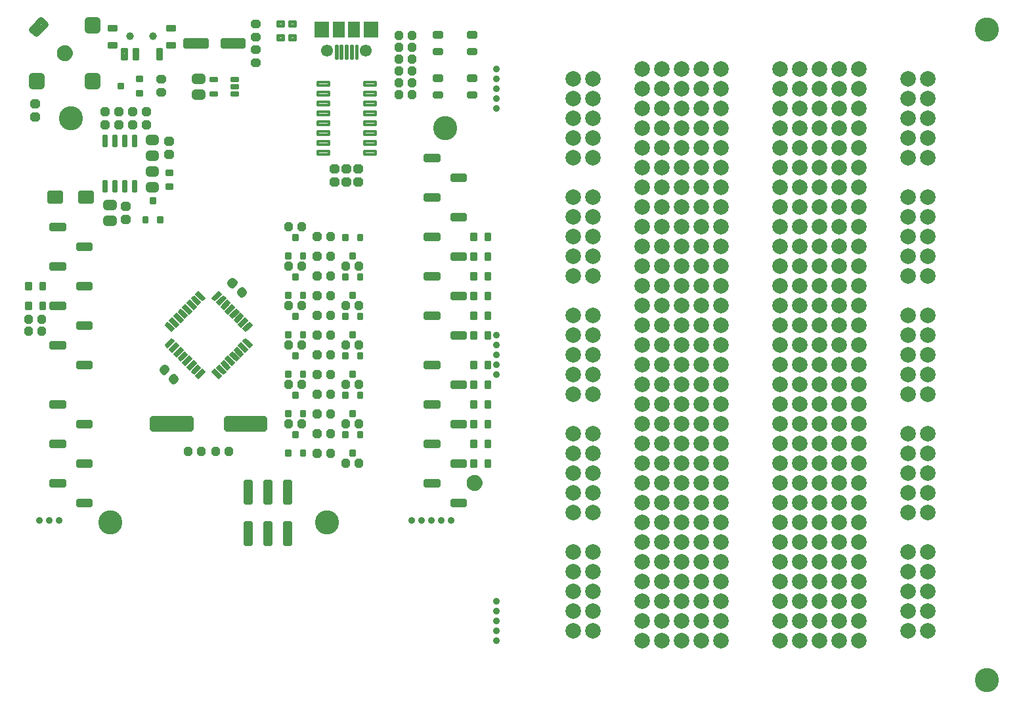
<source format=gts>
G75*
%MOIN*%
%OFA0B0*%
%FSLAX25Y25*%
%IPPOS*%
%LPD*%
%AMOC8*
5,1,8,0,0,1.08239X$1,22.5*
%
%ADD10C,0.12211*%
%ADD11C,0.03550*%
%ADD12C,0.01300*%
%ADD13C,0.03153*%
%ADD14C,0.04137*%
%ADD15C,0.02169*%
%ADD16C,0.01381*%
%ADD17C,0.01775*%
%ADD18C,0.00987*%
%ADD19R,0.06306X0.07880*%
%ADD20R,0.07487X0.07880*%
%ADD21C,0.06100*%
%ADD22C,0.03600*%
%ADD23C,0.03310*%
%ADD24C,0.03253*%
%ADD25C,0.03943*%
%ADD26C,0.01873*%
%ADD27C,0.02759*%
%ADD28C,0.03843*%
%ADD29C,0.03937*%
%ADD30C,0.01578*%
%ADD31C,0.02680*%
%ADD32C,0.07900*%
D10*
X0058000Y0092811D03*
X0168000Y0092811D03*
X0228000Y0292811D03*
X0038000Y0297811D03*
X0503000Y0342811D03*
X0503000Y0012811D03*
D11*
X0254000Y0032811D03*
X0254000Y0037811D03*
X0254000Y0042811D03*
X0254000Y0047811D03*
X0254000Y0052811D03*
X0231000Y0093811D03*
X0226000Y0093811D03*
X0221000Y0093811D03*
X0216000Y0093811D03*
X0211000Y0093811D03*
X0254000Y0167811D03*
X0254000Y0172811D03*
X0254000Y0177811D03*
X0254000Y0182811D03*
X0254000Y0187811D03*
X0254000Y0302811D03*
X0254000Y0307811D03*
X0254000Y0312811D03*
X0254000Y0317811D03*
X0254000Y0322811D03*
X0032000Y0093811D03*
X0027000Y0093811D03*
X0022000Y0093811D03*
D12*
X0102856Y0166157D02*
X0105754Y0169055D01*
X0102856Y0166157D02*
X0101936Y0167077D01*
X0104834Y0169975D01*
X0105754Y0169055D01*
X0104155Y0167456D02*
X0102315Y0167456D01*
X0103614Y0168755D02*
X0105454Y0168755D01*
X0103527Y0171282D02*
X0100629Y0168384D01*
X0099709Y0169304D01*
X0102607Y0172202D01*
X0103527Y0171282D01*
X0101928Y0169683D02*
X0100088Y0169683D01*
X0101387Y0170982D02*
X0103227Y0170982D01*
X0101300Y0173509D02*
X0098402Y0170611D01*
X0097482Y0171531D01*
X0100380Y0174429D01*
X0101300Y0173509D01*
X0099701Y0171910D02*
X0097861Y0171910D01*
X0099160Y0173209D02*
X0101000Y0173209D01*
X0099072Y0175736D02*
X0096174Y0172838D01*
X0095254Y0173758D01*
X0098152Y0176656D01*
X0099072Y0175736D01*
X0097473Y0174137D02*
X0095633Y0174137D01*
X0096932Y0175436D02*
X0098772Y0175436D01*
X0096845Y0177963D02*
X0093947Y0175065D01*
X0093027Y0175985D01*
X0095925Y0178883D01*
X0096845Y0177963D01*
X0095246Y0176364D02*
X0093406Y0176364D01*
X0094705Y0177663D02*
X0096545Y0177663D01*
X0094618Y0180191D02*
X0091720Y0177293D01*
X0090800Y0178213D01*
X0093698Y0181111D01*
X0094618Y0180191D01*
X0093019Y0178592D02*
X0091179Y0178592D01*
X0092478Y0179891D02*
X0094318Y0179891D01*
X0092391Y0182418D02*
X0089493Y0179520D01*
X0088573Y0180440D01*
X0091471Y0183338D01*
X0092391Y0182418D01*
X0090792Y0180819D02*
X0088952Y0180819D01*
X0090251Y0182118D02*
X0092091Y0182118D01*
X0090164Y0184645D02*
X0087266Y0181747D01*
X0086346Y0182667D01*
X0089244Y0185565D01*
X0090164Y0184645D01*
X0088565Y0183046D02*
X0086725Y0183046D01*
X0088024Y0184345D02*
X0089864Y0184345D01*
X0089244Y0190057D02*
X0090164Y0190977D01*
X0089244Y0190057D02*
X0086346Y0192955D01*
X0087266Y0193875D01*
X0090164Y0190977D01*
X0089785Y0191356D02*
X0087945Y0191356D01*
X0088486Y0192655D02*
X0086646Y0192655D01*
X0091471Y0192284D02*
X0092391Y0193204D01*
X0091471Y0192284D02*
X0088573Y0195182D01*
X0089493Y0196102D01*
X0092391Y0193204D01*
X0092012Y0193583D02*
X0090172Y0193583D01*
X0090713Y0194882D02*
X0088873Y0194882D01*
X0093698Y0194511D02*
X0094618Y0195431D01*
X0093698Y0194511D02*
X0090800Y0197409D01*
X0091720Y0198329D01*
X0094618Y0195431D01*
X0094239Y0195810D02*
X0092399Y0195810D01*
X0092940Y0197109D02*
X0091100Y0197109D01*
X0095925Y0196739D02*
X0096845Y0197659D01*
X0095925Y0196739D02*
X0093027Y0199637D01*
X0093947Y0200557D01*
X0096845Y0197659D01*
X0096466Y0198038D02*
X0094626Y0198038D01*
X0095167Y0199337D02*
X0093327Y0199337D01*
X0098152Y0198966D02*
X0099072Y0199886D01*
X0098152Y0198966D02*
X0095254Y0201864D01*
X0096174Y0202784D01*
X0099072Y0199886D01*
X0098693Y0200265D02*
X0096853Y0200265D01*
X0097394Y0201564D02*
X0095554Y0201564D01*
X0100380Y0201193D02*
X0101300Y0202113D01*
X0100380Y0201193D02*
X0097482Y0204091D01*
X0098402Y0205011D01*
X0101300Y0202113D01*
X0100921Y0202492D02*
X0099081Y0202492D01*
X0099622Y0203791D02*
X0097782Y0203791D01*
X0102607Y0203420D02*
X0103527Y0204340D01*
X0102607Y0203420D02*
X0099709Y0206318D01*
X0100629Y0207238D01*
X0103527Y0204340D01*
X0103148Y0204719D02*
X0101308Y0204719D01*
X0101849Y0206018D02*
X0100009Y0206018D01*
X0104834Y0205647D02*
X0105754Y0206567D01*
X0104834Y0205647D02*
X0101936Y0208545D01*
X0102856Y0209465D01*
X0105754Y0206567D01*
X0105375Y0206946D02*
X0103535Y0206946D01*
X0104076Y0208245D02*
X0102236Y0208245D01*
X0111166Y0205647D02*
X0114064Y0208545D01*
X0111166Y0205647D02*
X0110246Y0206567D01*
X0113144Y0209465D01*
X0114064Y0208545D01*
X0112465Y0206946D02*
X0110625Y0206946D01*
X0111924Y0208245D02*
X0113764Y0208245D01*
X0116291Y0206318D02*
X0113393Y0203420D01*
X0112473Y0204340D01*
X0115371Y0207238D01*
X0116291Y0206318D01*
X0114692Y0204719D02*
X0112852Y0204719D01*
X0114151Y0206018D02*
X0115991Y0206018D01*
X0118518Y0204091D02*
X0115620Y0201193D01*
X0114700Y0202113D01*
X0117598Y0205011D01*
X0118518Y0204091D01*
X0116919Y0202492D02*
X0115079Y0202492D01*
X0116378Y0203791D02*
X0118218Y0203791D01*
X0120746Y0201864D02*
X0117848Y0198966D01*
X0116928Y0199886D01*
X0119826Y0202784D01*
X0120746Y0201864D01*
X0119147Y0200265D02*
X0117307Y0200265D01*
X0118606Y0201564D02*
X0120446Y0201564D01*
X0122973Y0199637D02*
X0120075Y0196739D01*
X0119155Y0197659D01*
X0122053Y0200557D01*
X0122973Y0199637D01*
X0121374Y0198038D02*
X0119534Y0198038D01*
X0120833Y0199337D02*
X0122673Y0199337D01*
X0125200Y0197409D02*
X0122302Y0194511D01*
X0121382Y0195431D01*
X0124280Y0198329D01*
X0125200Y0197409D01*
X0123601Y0195810D02*
X0121761Y0195810D01*
X0123060Y0197109D02*
X0124900Y0197109D01*
X0127427Y0195182D02*
X0124529Y0192284D01*
X0123609Y0193204D01*
X0126507Y0196102D01*
X0127427Y0195182D01*
X0125828Y0193583D02*
X0123988Y0193583D01*
X0125287Y0194882D02*
X0127127Y0194882D01*
X0129654Y0192955D02*
X0126756Y0190057D01*
X0125836Y0190977D01*
X0128734Y0193875D01*
X0129654Y0192955D01*
X0128055Y0191356D02*
X0126215Y0191356D01*
X0127514Y0192655D02*
X0129354Y0192655D01*
X0129654Y0182667D02*
X0128734Y0181747D01*
X0125836Y0184645D01*
X0126756Y0185565D01*
X0129654Y0182667D01*
X0129275Y0183046D02*
X0127435Y0183046D01*
X0127976Y0184345D02*
X0126136Y0184345D01*
X0127427Y0180440D02*
X0126507Y0179520D01*
X0123609Y0182418D01*
X0124529Y0183338D01*
X0127427Y0180440D01*
X0127048Y0180819D02*
X0125208Y0180819D01*
X0125749Y0182118D02*
X0123909Y0182118D01*
X0125200Y0178213D02*
X0124280Y0177293D01*
X0121382Y0180191D01*
X0122302Y0181111D01*
X0125200Y0178213D01*
X0124821Y0178592D02*
X0122981Y0178592D01*
X0123522Y0179891D02*
X0121682Y0179891D01*
X0122973Y0175985D02*
X0122053Y0175065D01*
X0119155Y0177963D01*
X0120075Y0178883D01*
X0122973Y0175985D01*
X0122594Y0176364D02*
X0120754Y0176364D01*
X0121295Y0177663D02*
X0119455Y0177663D01*
X0120746Y0173758D02*
X0119826Y0172838D01*
X0116928Y0175736D01*
X0117848Y0176656D01*
X0120746Y0173758D01*
X0120367Y0174137D02*
X0118527Y0174137D01*
X0119068Y0175436D02*
X0117228Y0175436D01*
X0118518Y0171531D02*
X0117598Y0170611D01*
X0114700Y0173509D01*
X0115620Y0174429D01*
X0118518Y0171531D01*
X0118139Y0171910D02*
X0116299Y0171910D01*
X0116840Y0173209D02*
X0115000Y0173209D01*
X0116291Y0169304D02*
X0115371Y0168384D01*
X0112473Y0171282D01*
X0113393Y0172202D01*
X0116291Y0169304D01*
X0115912Y0169683D02*
X0114072Y0169683D01*
X0114613Y0170982D02*
X0112773Y0170982D01*
X0114064Y0167077D02*
X0113144Y0166157D01*
X0110246Y0169055D01*
X0111166Y0169975D01*
X0114064Y0167077D01*
X0113685Y0167456D02*
X0111845Y0167456D01*
X0112386Y0168755D02*
X0110546Y0168755D01*
D13*
X0018132Y0342945D02*
X0022866Y0347679D01*
X0025096Y0345449D01*
X0020362Y0340715D01*
X0018132Y0342945D01*
X0019054Y0343867D02*
X0023514Y0343867D01*
X0023526Y0347019D02*
X0022206Y0347019D01*
D14*
X0051242Y0347053D02*
X0051242Y0342915D01*
X0047104Y0342915D01*
X0047104Y0347053D01*
X0051242Y0347053D01*
X0051242Y0347051D02*
X0047104Y0347051D01*
X0051242Y0318707D02*
X0051242Y0314569D01*
X0047104Y0314569D01*
X0047104Y0318707D01*
X0051242Y0318707D01*
X0051242Y0318705D02*
X0047104Y0318705D01*
X0022896Y0318707D02*
X0022896Y0314569D01*
X0018758Y0314569D01*
X0018758Y0318707D01*
X0022896Y0318707D01*
X0022896Y0318705D02*
X0018758Y0318705D01*
D15*
X0126916Y0092320D02*
X0126916Y0082278D01*
X0126916Y0092320D02*
X0129084Y0092320D01*
X0129084Y0082278D01*
X0126916Y0082278D01*
X0126916Y0084446D02*
X0129084Y0084446D01*
X0129084Y0086614D02*
X0126916Y0086614D01*
X0126916Y0088782D02*
X0129084Y0088782D01*
X0129084Y0090950D02*
X0126916Y0090950D01*
X0136916Y0092320D02*
X0136916Y0082278D01*
X0136916Y0092320D02*
X0139084Y0092320D01*
X0139084Y0082278D01*
X0136916Y0082278D01*
X0136916Y0084446D02*
X0139084Y0084446D01*
X0139084Y0086614D02*
X0136916Y0086614D01*
X0136916Y0088782D02*
X0139084Y0088782D01*
X0139084Y0090950D02*
X0136916Y0090950D01*
X0146916Y0092320D02*
X0146916Y0082278D01*
X0146916Y0092320D02*
X0149084Y0092320D01*
X0149084Y0082278D01*
X0146916Y0082278D01*
X0146916Y0084446D02*
X0149084Y0084446D01*
X0149084Y0086614D02*
X0146916Y0086614D01*
X0146916Y0088782D02*
X0149084Y0088782D01*
X0149084Y0090950D02*
X0146916Y0090950D01*
X0146916Y0103302D02*
X0146916Y0113344D01*
X0149084Y0113344D01*
X0149084Y0103302D01*
X0146916Y0103302D01*
X0146916Y0105470D02*
X0149084Y0105470D01*
X0149084Y0107638D02*
X0146916Y0107638D01*
X0146916Y0109806D02*
X0149084Y0109806D01*
X0149084Y0111974D02*
X0146916Y0111974D01*
X0136916Y0113344D02*
X0136916Y0103302D01*
X0136916Y0113344D02*
X0139084Y0113344D01*
X0139084Y0103302D01*
X0136916Y0103302D01*
X0136916Y0105470D02*
X0139084Y0105470D01*
X0139084Y0107638D02*
X0136916Y0107638D01*
X0136916Y0109806D02*
X0139084Y0109806D01*
X0139084Y0111974D02*
X0136916Y0111974D01*
X0126916Y0113344D02*
X0126916Y0103302D01*
X0126916Y0113344D02*
X0129084Y0113344D01*
X0129084Y0103302D01*
X0126916Y0103302D01*
X0126916Y0105470D02*
X0129084Y0105470D01*
X0129084Y0107638D02*
X0126916Y0107638D01*
X0126916Y0109806D02*
X0129084Y0109806D01*
X0129084Y0111974D02*
X0126916Y0111974D01*
X0047746Y0101727D02*
X0041640Y0101727D01*
X0041640Y0103895D01*
X0047746Y0103895D01*
X0047746Y0101727D01*
X0047746Y0103895D02*
X0041640Y0103895D01*
X0034360Y0111727D02*
X0028254Y0111727D01*
X0028254Y0113895D01*
X0034360Y0113895D01*
X0034360Y0111727D01*
X0034360Y0113895D02*
X0028254Y0113895D01*
X0041640Y0121727D02*
X0047746Y0121727D01*
X0041640Y0121727D02*
X0041640Y0123895D01*
X0047746Y0123895D01*
X0047746Y0121727D01*
X0047746Y0123895D02*
X0041640Y0123895D01*
X0034360Y0131727D02*
X0028254Y0131727D01*
X0028254Y0133895D01*
X0034360Y0133895D01*
X0034360Y0131727D01*
X0034360Y0133895D02*
X0028254Y0133895D01*
X0041640Y0141727D02*
X0047746Y0141727D01*
X0041640Y0141727D02*
X0041640Y0143895D01*
X0047746Y0143895D01*
X0047746Y0141727D01*
X0047746Y0143895D02*
X0041640Y0143895D01*
X0034360Y0151727D02*
X0028254Y0151727D01*
X0028254Y0153895D01*
X0034360Y0153895D01*
X0034360Y0151727D01*
X0034360Y0153895D02*
X0028254Y0153895D01*
X0041640Y0171727D02*
X0047746Y0171727D01*
X0041640Y0171727D02*
X0041640Y0173895D01*
X0047746Y0173895D01*
X0047746Y0171727D01*
X0047746Y0173895D02*
X0041640Y0173895D01*
X0034360Y0181727D02*
X0028254Y0181727D01*
X0028254Y0183895D01*
X0034360Y0183895D01*
X0034360Y0181727D01*
X0034360Y0183895D02*
X0028254Y0183895D01*
X0041640Y0191727D02*
X0047746Y0191727D01*
X0041640Y0191727D02*
X0041640Y0193895D01*
X0047746Y0193895D01*
X0047746Y0191727D01*
X0047746Y0193895D02*
X0041640Y0193895D01*
X0034360Y0201727D02*
X0028254Y0201727D01*
X0028254Y0203895D01*
X0034360Y0203895D01*
X0034360Y0201727D01*
X0034360Y0203895D02*
X0028254Y0203895D01*
X0041640Y0211727D02*
X0047746Y0211727D01*
X0041640Y0211727D02*
X0041640Y0213895D01*
X0047746Y0213895D01*
X0047746Y0211727D01*
X0047746Y0213895D02*
X0041640Y0213895D01*
X0034360Y0221727D02*
X0028254Y0221727D01*
X0028254Y0223895D01*
X0034360Y0223895D01*
X0034360Y0221727D01*
X0034360Y0223895D02*
X0028254Y0223895D01*
X0041640Y0231727D02*
X0047746Y0231727D01*
X0041640Y0231727D02*
X0041640Y0233895D01*
X0047746Y0233895D01*
X0047746Y0231727D01*
X0047746Y0233895D02*
X0041640Y0233895D01*
X0034360Y0241727D02*
X0028254Y0241727D01*
X0028254Y0243895D01*
X0034360Y0243895D01*
X0034360Y0241727D01*
X0034360Y0243895D02*
X0028254Y0243895D01*
X0218254Y0236727D02*
X0224360Y0236727D01*
X0218254Y0236727D02*
X0218254Y0238895D01*
X0224360Y0238895D01*
X0224360Y0236727D01*
X0224360Y0238895D02*
X0218254Y0238895D01*
X0231640Y0246727D02*
X0237746Y0246727D01*
X0231640Y0246727D02*
X0231640Y0248895D01*
X0237746Y0248895D01*
X0237746Y0246727D01*
X0237746Y0248895D02*
X0231640Y0248895D01*
X0224360Y0256727D02*
X0218254Y0256727D01*
X0218254Y0258895D01*
X0224360Y0258895D01*
X0224360Y0256727D01*
X0224360Y0258895D02*
X0218254Y0258895D01*
X0231640Y0266727D02*
X0237746Y0266727D01*
X0231640Y0266727D02*
X0231640Y0268895D01*
X0237746Y0268895D01*
X0237746Y0266727D01*
X0237746Y0268895D02*
X0231640Y0268895D01*
X0224360Y0276727D02*
X0218254Y0276727D01*
X0218254Y0278895D01*
X0224360Y0278895D01*
X0224360Y0276727D01*
X0224360Y0278895D02*
X0218254Y0278895D01*
X0231640Y0226727D02*
X0237746Y0226727D01*
X0231640Y0226727D02*
X0231640Y0228895D01*
X0237746Y0228895D01*
X0237746Y0226727D01*
X0237746Y0228895D02*
X0231640Y0228895D01*
X0224360Y0216727D02*
X0218254Y0216727D01*
X0218254Y0218895D01*
X0224360Y0218895D01*
X0224360Y0216727D01*
X0224360Y0218895D02*
X0218254Y0218895D01*
X0231640Y0206727D02*
X0237746Y0206727D01*
X0231640Y0206727D02*
X0231640Y0208895D01*
X0237746Y0208895D01*
X0237746Y0206727D01*
X0237746Y0208895D02*
X0231640Y0208895D01*
X0224360Y0196727D02*
X0218254Y0196727D01*
X0218254Y0198895D01*
X0224360Y0198895D01*
X0224360Y0196727D01*
X0224360Y0198895D02*
X0218254Y0198895D01*
X0231640Y0186727D02*
X0237746Y0186727D01*
X0231640Y0186727D02*
X0231640Y0188895D01*
X0237746Y0188895D01*
X0237746Y0186727D01*
X0237746Y0188895D02*
X0231640Y0188895D01*
X0224360Y0171727D02*
X0218254Y0171727D01*
X0218254Y0173895D01*
X0224360Y0173895D01*
X0224360Y0171727D01*
X0224360Y0173895D02*
X0218254Y0173895D01*
X0231640Y0161727D02*
X0237746Y0161727D01*
X0231640Y0161727D02*
X0231640Y0163895D01*
X0237746Y0163895D01*
X0237746Y0161727D01*
X0237746Y0163895D02*
X0231640Y0163895D01*
X0224360Y0151727D02*
X0218254Y0151727D01*
X0218254Y0153895D01*
X0224360Y0153895D01*
X0224360Y0151727D01*
X0224360Y0153895D02*
X0218254Y0153895D01*
X0231640Y0141727D02*
X0237746Y0141727D01*
X0231640Y0141727D02*
X0231640Y0143895D01*
X0237746Y0143895D01*
X0237746Y0141727D01*
X0237746Y0143895D02*
X0231640Y0143895D01*
X0224360Y0131727D02*
X0218254Y0131727D01*
X0218254Y0133895D01*
X0224360Y0133895D01*
X0224360Y0131727D01*
X0224360Y0133895D02*
X0218254Y0133895D01*
X0231640Y0121727D02*
X0237746Y0121727D01*
X0231640Y0121727D02*
X0231640Y0123895D01*
X0237746Y0123895D01*
X0237746Y0121727D01*
X0237746Y0123895D02*
X0231640Y0123895D01*
X0224360Y0111727D02*
X0218254Y0111727D01*
X0218254Y0113895D01*
X0224360Y0113895D01*
X0224360Y0111727D01*
X0224360Y0113895D02*
X0218254Y0113895D01*
X0231640Y0101727D02*
X0237746Y0101727D01*
X0231640Y0101727D02*
X0231640Y0103895D01*
X0237746Y0103895D01*
X0237746Y0101727D01*
X0237746Y0103895D02*
X0231640Y0103895D01*
D16*
X0071191Y0260931D02*
X0069809Y0260931D01*
X0069809Y0265857D01*
X0071191Y0265857D01*
X0071191Y0260931D01*
X0071191Y0262311D02*
X0069809Y0262311D01*
X0069809Y0263691D02*
X0071191Y0263691D01*
X0071191Y0265071D02*
X0069809Y0265071D01*
X0066191Y0260931D02*
X0064809Y0260931D01*
X0064809Y0265857D01*
X0066191Y0265857D01*
X0066191Y0260931D01*
X0066191Y0262311D02*
X0064809Y0262311D01*
X0064809Y0263691D02*
X0066191Y0263691D01*
X0066191Y0265071D02*
X0064809Y0265071D01*
X0061191Y0260931D02*
X0059809Y0260931D01*
X0059809Y0265857D01*
X0061191Y0265857D01*
X0061191Y0260931D01*
X0061191Y0262311D02*
X0059809Y0262311D01*
X0059809Y0263691D02*
X0061191Y0263691D01*
X0061191Y0265071D02*
X0059809Y0265071D01*
X0056191Y0260931D02*
X0054809Y0260931D01*
X0054809Y0265857D01*
X0056191Y0265857D01*
X0056191Y0260931D01*
X0056191Y0262311D02*
X0054809Y0262311D01*
X0054809Y0263691D02*
X0056191Y0263691D01*
X0056191Y0265071D02*
X0054809Y0265071D01*
X0054809Y0283765D02*
X0056191Y0283765D01*
X0054809Y0283765D02*
X0054809Y0288691D01*
X0056191Y0288691D01*
X0056191Y0283765D01*
X0056191Y0285145D02*
X0054809Y0285145D01*
X0054809Y0286525D02*
X0056191Y0286525D01*
X0056191Y0287905D02*
X0054809Y0287905D01*
X0059809Y0283765D02*
X0061191Y0283765D01*
X0059809Y0283765D02*
X0059809Y0288691D01*
X0061191Y0288691D01*
X0061191Y0283765D01*
X0061191Y0285145D02*
X0059809Y0285145D01*
X0059809Y0286525D02*
X0061191Y0286525D01*
X0061191Y0287905D02*
X0059809Y0287905D01*
X0064809Y0283765D02*
X0066191Y0283765D01*
X0064809Y0283765D02*
X0064809Y0288691D01*
X0066191Y0288691D01*
X0066191Y0283765D01*
X0066191Y0285145D02*
X0064809Y0285145D01*
X0064809Y0286525D02*
X0066191Y0286525D01*
X0066191Y0287905D02*
X0064809Y0287905D01*
X0069809Y0283765D02*
X0071191Y0283765D01*
X0069809Y0283765D02*
X0069809Y0288691D01*
X0071191Y0288691D01*
X0071191Y0283765D01*
X0071191Y0285145D02*
X0069809Y0285145D01*
X0069809Y0286525D02*
X0071191Y0286525D01*
X0071191Y0287905D02*
X0069809Y0287905D01*
X0112163Y0309380D02*
X0112163Y0310762D01*
X0112163Y0309380D02*
X0109207Y0309380D01*
X0109207Y0310762D01*
X0112163Y0310762D01*
X0112163Y0310760D02*
X0109207Y0310760D01*
X0112163Y0316860D02*
X0112163Y0318242D01*
X0112163Y0316860D02*
X0109207Y0316860D01*
X0109207Y0318242D01*
X0112163Y0318242D01*
X0112163Y0318240D02*
X0109207Y0318240D01*
X0122793Y0318242D02*
X0122793Y0316860D01*
X0119837Y0316860D01*
X0119837Y0318242D01*
X0122793Y0318242D01*
X0122793Y0318240D02*
X0119837Y0318240D01*
X0122793Y0314502D02*
X0122793Y0313120D01*
X0119837Y0313120D01*
X0119837Y0314502D01*
X0122793Y0314502D01*
X0122793Y0314500D02*
X0119837Y0314500D01*
X0122793Y0310762D02*
X0122793Y0309380D01*
X0119837Y0309380D01*
X0119837Y0310762D01*
X0122793Y0310762D01*
X0122793Y0310760D02*
X0119837Y0310760D01*
X0163333Y0311002D02*
X0163333Y0309620D01*
X0163333Y0311002D02*
X0169045Y0311002D01*
X0169045Y0309620D01*
X0163333Y0309620D01*
X0163333Y0311000D02*
X0169045Y0311000D01*
X0163333Y0306002D02*
X0163333Y0304620D01*
X0163333Y0306002D02*
X0169045Y0306002D01*
X0169045Y0304620D01*
X0163333Y0304620D01*
X0163333Y0306000D02*
X0169045Y0306000D01*
X0163333Y0301002D02*
X0163333Y0299620D01*
X0163333Y0301002D02*
X0169045Y0301002D01*
X0169045Y0299620D01*
X0163333Y0299620D01*
X0163333Y0301000D02*
X0169045Y0301000D01*
X0163333Y0296002D02*
X0163333Y0294620D01*
X0163333Y0296002D02*
X0169045Y0296002D01*
X0169045Y0294620D01*
X0163333Y0294620D01*
X0163333Y0296000D02*
X0169045Y0296000D01*
X0163333Y0291002D02*
X0163333Y0289620D01*
X0163333Y0291002D02*
X0169045Y0291002D01*
X0169045Y0289620D01*
X0163333Y0289620D01*
X0163333Y0291000D02*
X0169045Y0291000D01*
X0163333Y0286002D02*
X0163333Y0284620D01*
X0163333Y0286002D02*
X0169045Y0286002D01*
X0169045Y0284620D01*
X0163333Y0284620D01*
X0163333Y0286000D02*
X0169045Y0286000D01*
X0163333Y0281002D02*
X0163333Y0279620D01*
X0163333Y0281002D02*
X0169045Y0281002D01*
X0169045Y0279620D01*
X0163333Y0279620D01*
X0163333Y0281000D02*
X0169045Y0281000D01*
X0186955Y0281002D02*
X0186955Y0279620D01*
X0186955Y0281002D02*
X0192667Y0281002D01*
X0192667Y0279620D01*
X0186955Y0279620D01*
X0186955Y0281000D02*
X0192667Y0281000D01*
X0186955Y0284620D02*
X0186955Y0286002D01*
X0192667Y0286002D01*
X0192667Y0284620D01*
X0186955Y0284620D01*
X0186955Y0286000D02*
X0192667Y0286000D01*
X0186955Y0289620D02*
X0186955Y0291002D01*
X0192667Y0291002D01*
X0192667Y0289620D01*
X0186955Y0289620D01*
X0186955Y0291000D02*
X0192667Y0291000D01*
X0186955Y0294620D02*
X0186955Y0296002D01*
X0192667Y0296002D01*
X0192667Y0294620D01*
X0186955Y0294620D01*
X0186955Y0296000D02*
X0192667Y0296000D01*
X0186955Y0299620D02*
X0186955Y0301002D01*
X0192667Y0301002D01*
X0192667Y0299620D01*
X0186955Y0299620D01*
X0186955Y0301000D02*
X0192667Y0301000D01*
X0186955Y0304620D02*
X0186955Y0306002D01*
X0192667Y0306002D01*
X0192667Y0304620D01*
X0186955Y0304620D01*
X0186955Y0306000D02*
X0192667Y0306000D01*
X0186955Y0309620D02*
X0186955Y0311002D01*
X0192667Y0311002D01*
X0192667Y0309620D01*
X0186955Y0309620D01*
X0186955Y0311000D02*
X0192667Y0311000D01*
X0186955Y0314620D02*
X0186955Y0316002D01*
X0192667Y0316002D01*
X0192667Y0314620D01*
X0186955Y0314620D01*
X0186955Y0316000D02*
X0192667Y0316000D01*
X0163333Y0316002D02*
X0163333Y0314620D01*
X0163333Y0316002D02*
X0169045Y0316002D01*
X0169045Y0314620D01*
X0163333Y0314620D01*
X0163333Y0316000D02*
X0169045Y0316000D01*
D17*
X0149219Y0337880D02*
X0149219Y0339656D01*
X0151781Y0339656D01*
X0151781Y0337880D01*
X0149219Y0337880D01*
X0149219Y0339654D02*
X0151781Y0339654D01*
X0143219Y0339656D02*
X0143219Y0337880D01*
X0143219Y0339656D02*
X0145781Y0339656D01*
X0145781Y0337880D01*
X0143219Y0337880D01*
X0143219Y0339654D02*
X0145781Y0339654D01*
X0143219Y0344966D02*
X0143219Y0346742D01*
X0145781Y0346742D01*
X0145781Y0344966D01*
X0143219Y0344966D01*
X0143219Y0346740D02*
X0145781Y0346740D01*
X0149219Y0346742D02*
X0149219Y0344966D01*
X0149219Y0346742D02*
X0151781Y0346742D01*
X0151781Y0344966D01*
X0149219Y0344966D01*
X0149219Y0346740D02*
X0151781Y0346740D01*
X0090439Y0344530D02*
X0087089Y0344530D01*
X0090439Y0344530D02*
X0090439Y0342754D01*
X0087089Y0342754D01*
X0087089Y0344530D01*
X0087089Y0344528D02*
X0090439Y0344528D01*
X0090439Y0335868D02*
X0087089Y0335868D01*
X0090439Y0335868D02*
X0090439Y0334092D01*
X0087089Y0334092D01*
X0087089Y0335868D01*
X0087089Y0335866D02*
X0090439Y0335866D01*
X0081970Y0332719D02*
X0081970Y0328187D01*
X0081970Y0332719D02*
X0083746Y0332719D01*
X0083746Y0328187D01*
X0081970Y0328187D01*
X0081970Y0329961D02*
X0083746Y0329961D01*
X0083746Y0331735D02*
X0081970Y0331735D01*
X0070159Y0332719D02*
X0070159Y0328187D01*
X0070159Y0332719D02*
X0071935Y0332719D01*
X0071935Y0328187D01*
X0070159Y0328187D01*
X0070159Y0329961D02*
X0071935Y0329961D01*
X0071935Y0331735D02*
X0070159Y0331735D01*
X0064254Y0332719D02*
X0064254Y0328187D01*
X0064254Y0332719D02*
X0066030Y0332719D01*
X0066030Y0328187D01*
X0064254Y0328187D01*
X0064254Y0329961D02*
X0066030Y0329961D01*
X0066030Y0331735D02*
X0064254Y0331735D01*
X0060911Y0335868D02*
X0057561Y0335868D01*
X0060911Y0335868D02*
X0060911Y0334092D01*
X0057561Y0334092D01*
X0057561Y0335868D01*
X0057561Y0335866D02*
X0060911Y0335866D01*
X0060911Y0344530D02*
X0057561Y0344530D01*
X0060911Y0344530D02*
X0060911Y0342754D01*
X0057561Y0342754D01*
X0057561Y0344530D01*
X0057561Y0344528D02*
X0060911Y0344528D01*
X0089281Y0271242D02*
X0089281Y0269466D01*
X0086719Y0269466D01*
X0086719Y0271242D01*
X0089281Y0271242D01*
X0089281Y0271240D02*
X0086719Y0271240D01*
X0089281Y0264156D02*
X0089281Y0262380D01*
X0086719Y0262380D01*
X0086719Y0264156D01*
X0089281Y0264156D01*
X0089281Y0264154D02*
X0086719Y0264154D01*
X0024431Y0214092D02*
X0022655Y0214092D01*
X0024431Y0214092D02*
X0024431Y0211530D01*
X0022655Y0211530D01*
X0022655Y0214092D01*
X0022655Y0213304D02*
X0024431Y0213304D01*
X0017345Y0214092D02*
X0015569Y0214092D01*
X0017345Y0214092D02*
X0017345Y0211530D01*
X0015569Y0211530D01*
X0015569Y0214092D01*
X0015569Y0213304D02*
X0017345Y0213304D01*
X0017345Y0204092D02*
X0015569Y0204092D01*
X0017345Y0204092D02*
X0017345Y0201530D01*
X0015569Y0201530D01*
X0015569Y0204092D01*
X0015569Y0203304D02*
X0017345Y0203304D01*
X0022655Y0204092D02*
X0024431Y0204092D01*
X0024431Y0201530D01*
X0022655Y0201530D01*
X0022655Y0204092D01*
X0022655Y0203304D02*
X0024431Y0203304D01*
X0241569Y0209092D02*
X0243345Y0209092D01*
X0243345Y0206530D01*
X0241569Y0206530D01*
X0241569Y0209092D01*
X0241569Y0208304D02*
X0243345Y0208304D01*
X0248655Y0209092D02*
X0250431Y0209092D01*
X0250431Y0206530D01*
X0248655Y0206530D01*
X0248655Y0209092D01*
X0248655Y0208304D02*
X0250431Y0208304D01*
X0250431Y0219092D02*
X0248655Y0219092D01*
X0250431Y0219092D02*
X0250431Y0216530D01*
X0248655Y0216530D01*
X0248655Y0219092D01*
X0248655Y0218304D02*
X0250431Y0218304D01*
X0243345Y0219092D02*
X0241569Y0219092D01*
X0243345Y0219092D02*
X0243345Y0216530D01*
X0241569Y0216530D01*
X0241569Y0219092D01*
X0241569Y0218304D02*
X0243345Y0218304D01*
X0243345Y0229092D02*
X0241569Y0229092D01*
X0243345Y0229092D02*
X0243345Y0226530D01*
X0241569Y0226530D01*
X0241569Y0229092D01*
X0241569Y0228304D02*
X0243345Y0228304D01*
X0248655Y0229092D02*
X0250431Y0229092D01*
X0250431Y0226530D01*
X0248655Y0226530D01*
X0248655Y0229092D01*
X0248655Y0228304D02*
X0250431Y0228304D01*
X0250431Y0239092D02*
X0248655Y0239092D01*
X0250431Y0239092D02*
X0250431Y0236530D01*
X0248655Y0236530D01*
X0248655Y0239092D01*
X0248655Y0238304D02*
X0250431Y0238304D01*
X0243345Y0239092D02*
X0241569Y0239092D01*
X0243345Y0239092D02*
X0243345Y0236530D01*
X0241569Y0236530D01*
X0241569Y0239092D01*
X0241569Y0238304D02*
X0243345Y0238304D01*
X0243345Y0199092D02*
X0241569Y0199092D01*
X0243345Y0199092D02*
X0243345Y0196530D01*
X0241569Y0196530D01*
X0241569Y0199092D01*
X0241569Y0198304D02*
X0243345Y0198304D01*
X0248655Y0199092D02*
X0250431Y0199092D01*
X0250431Y0196530D01*
X0248655Y0196530D01*
X0248655Y0199092D01*
X0248655Y0198304D02*
X0250431Y0198304D01*
X0250431Y0189092D02*
X0248655Y0189092D01*
X0250431Y0189092D02*
X0250431Y0186530D01*
X0248655Y0186530D01*
X0248655Y0189092D01*
X0248655Y0188304D02*
X0250431Y0188304D01*
X0243345Y0189092D02*
X0241569Y0189092D01*
X0243345Y0189092D02*
X0243345Y0186530D01*
X0241569Y0186530D01*
X0241569Y0189092D01*
X0241569Y0188304D02*
X0243345Y0188304D01*
X0243345Y0174092D02*
X0241569Y0174092D01*
X0243345Y0174092D02*
X0243345Y0171530D01*
X0241569Y0171530D01*
X0241569Y0174092D01*
X0241569Y0173304D02*
X0243345Y0173304D01*
X0248655Y0174092D02*
X0250431Y0174092D01*
X0250431Y0171530D01*
X0248655Y0171530D01*
X0248655Y0174092D01*
X0248655Y0173304D02*
X0250431Y0173304D01*
X0250431Y0164092D02*
X0248655Y0164092D01*
X0250431Y0164092D02*
X0250431Y0161530D01*
X0248655Y0161530D01*
X0248655Y0164092D01*
X0248655Y0163304D02*
X0250431Y0163304D01*
X0243345Y0164092D02*
X0241569Y0164092D01*
X0243345Y0164092D02*
X0243345Y0161530D01*
X0241569Y0161530D01*
X0241569Y0164092D01*
X0241569Y0163304D02*
X0243345Y0163304D01*
X0243345Y0154092D02*
X0241569Y0154092D01*
X0243345Y0154092D02*
X0243345Y0151530D01*
X0241569Y0151530D01*
X0241569Y0154092D01*
X0241569Y0153304D02*
X0243345Y0153304D01*
X0248655Y0154092D02*
X0250431Y0154092D01*
X0250431Y0151530D01*
X0248655Y0151530D01*
X0248655Y0154092D01*
X0248655Y0153304D02*
X0250431Y0153304D01*
X0250431Y0144092D02*
X0248655Y0144092D01*
X0250431Y0144092D02*
X0250431Y0141530D01*
X0248655Y0141530D01*
X0248655Y0144092D01*
X0248655Y0143304D02*
X0250431Y0143304D01*
X0243345Y0144092D02*
X0241569Y0144092D01*
X0243345Y0144092D02*
X0243345Y0141530D01*
X0241569Y0141530D01*
X0241569Y0144092D01*
X0241569Y0143304D02*
X0243345Y0143304D01*
X0243345Y0134092D02*
X0241569Y0134092D01*
X0243345Y0134092D02*
X0243345Y0131530D01*
X0241569Y0131530D01*
X0241569Y0134092D01*
X0241569Y0133304D02*
X0243345Y0133304D01*
X0248655Y0134092D02*
X0250431Y0134092D01*
X0250431Y0131530D01*
X0248655Y0131530D01*
X0248655Y0134092D01*
X0248655Y0133304D02*
X0250431Y0133304D01*
X0250431Y0124092D02*
X0248655Y0124092D01*
X0250431Y0124092D02*
X0250431Y0121530D01*
X0248655Y0121530D01*
X0248655Y0124092D01*
X0248655Y0123304D02*
X0250431Y0123304D01*
X0243345Y0124092D02*
X0241569Y0124092D01*
X0243345Y0124092D02*
X0243345Y0121530D01*
X0241569Y0121530D01*
X0241569Y0124092D01*
X0241569Y0123304D02*
X0243345Y0123304D01*
D18*
X0183612Y0328144D02*
X0182624Y0328144D01*
X0182624Y0334644D01*
X0183612Y0334644D01*
X0183612Y0328144D01*
X0183612Y0329130D02*
X0182624Y0329130D01*
X0182624Y0330116D02*
X0183612Y0330116D01*
X0183612Y0331102D02*
X0182624Y0331102D01*
X0182624Y0332088D02*
X0183612Y0332088D01*
X0183612Y0333074D02*
X0182624Y0333074D01*
X0182624Y0334060D02*
X0183612Y0334060D01*
X0181053Y0328144D02*
X0180065Y0328144D01*
X0180065Y0334644D01*
X0181053Y0334644D01*
X0181053Y0328144D01*
X0181053Y0329130D02*
X0180065Y0329130D01*
X0180065Y0330116D02*
X0181053Y0330116D01*
X0181053Y0331102D02*
X0180065Y0331102D01*
X0180065Y0332088D02*
X0181053Y0332088D01*
X0181053Y0333074D02*
X0180065Y0333074D01*
X0180065Y0334060D02*
X0181053Y0334060D01*
X0178494Y0328144D02*
X0177506Y0328144D01*
X0177506Y0334644D01*
X0178494Y0334644D01*
X0178494Y0328144D01*
X0178494Y0329130D02*
X0177506Y0329130D01*
X0177506Y0330116D02*
X0178494Y0330116D01*
X0178494Y0331102D02*
X0177506Y0331102D01*
X0177506Y0332088D02*
X0178494Y0332088D01*
X0178494Y0333074D02*
X0177506Y0333074D01*
X0177506Y0334060D02*
X0178494Y0334060D01*
X0175935Y0328144D02*
X0174947Y0328144D01*
X0174947Y0334644D01*
X0175935Y0334644D01*
X0175935Y0328144D01*
X0175935Y0329130D02*
X0174947Y0329130D01*
X0174947Y0330116D02*
X0175935Y0330116D01*
X0175935Y0331102D02*
X0174947Y0331102D01*
X0174947Y0332088D02*
X0175935Y0332088D01*
X0175935Y0333074D02*
X0174947Y0333074D01*
X0174947Y0334060D02*
X0175935Y0334060D01*
X0173376Y0328144D02*
X0172388Y0328144D01*
X0172388Y0334644D01*
X0173376Y0334644D01*
X0173376Y0328144D01*
X0173376Y0329130D02*
X0172388Y0329130D01*
X0172388Y0330116D02*
X0173376Y0330116D01*
X0173376Y0331102D02*
X0172388Y0331102D01*
X0172388Y0332088D02*
X0173376Y0332088D01*
X0173376Y0333074D02*
X0172388Y0333074D01*
X0172388Y0334060D02*
X0173376Y0334060D01*
D19*
X0174063Y0342811D03*
X0181937Y0342811D03*
D20*
X0190598Y0342772D03*
X0165402Y0342850D03*
D21*
X0168157Y0332181D03*
X0187843Y0332181D03*
D22*
X0187843Y0332181D03*
X0168157Y0332181D03*
D23*
X0136073Y0140329D02*
X0117329Y0140329D01*
X0117329Y0145293D01*
X0136073Y0145293D01*
X0136073Y0140329D01*
X0136073Y0143638D02*
X0117329Y0143638D01*
X0098671Y0140329D02*
X0079927Y0140329D01*
X0079927Y0145293D01*
X0098671Y0145293D01*
X0098671Y0140329D01*
X0098671Y0143638D02*
X0079927Y0143638D01*
D24*
X0097112Y0128072D02*
X0098196Y0128072D01*
X0097112Y0128072D02*
X0097112Y0129550D01*
X0098196Y0129550D01*
X0098196Y0128072D01*
X0103804Y0128072D02*
X0104888Y0128072D01*
X0103804Y0128072D02*
X0103804Y0129550D01*
X0104888Y0129550D01*
X0104888Y0128072D01*
X0111112Y0129550D02*
X0112196Y0129550D01*
X0112196Y0128072D01*
X0111112Y0128072D01*
X0111112Y0129550D01*
X0117804Y0129550D02*
X0118888Y0129550D01*
X0118888Y0128072D01*
X0117804Y0128072D01*
X0117804Y0129550D01*
X0148112Y0142072D02*
X0149196Y0142072D01*
X0148112Y0142072D02*
X0148112Y0143550D01*
X0149196Y0143550D01*
X0149196Y0142072D01*
X0154804Y0142072D02*
X0155888Y0142072D01*
X0154804Y0142072D02*
X0154804Y0143550D01*
X0155888Y0143550D01*
X0155888Y0142072D01*
X0162612Y0137072D02*
X0163696Y0137072D01*
X0162612Y0137072D02*
X0162612Y0138550D01*
X0163696Y0138550D01*
X0163696Y0137072D01*
X0169304Y0137072D02*
X0170388Y0137072D01*
X0169304Y0137072D02*
X0169304Y0138550D01*
X0170388Y0138550D01*
X0170388Y0137072D01*
X0177112Y0143550D02*
X0178196Y0143550D01*
X0178196Y0142072D01*
X0177112Y0142072D01*
X0177112Y0143550D01*
X0183804Y0143550D02*
X0184888Y0143550D01*
X0184888Y0142072D01*
X0183804Y0142072D01*
X0183804Y0143550D01*
X0170388Y0148550D02*
X0169304Y0148550D01*
X0170388Y0148550D02*
X0170388Y0147072D01*
X0169304Y0147072D01*
X0169304Y0148550D01*
X0163696Y0148550D02*
X0162612Y0148550D01*
X0163696Y0148550D02*
X0163696Y0147072D01*
X0162612Y0147072D01*
X0162612Y0148550D01*
X0162612Y0157072D02*
X0163696Y0157072D01*
X0162612Y0157072D02*
X0162612Y0158550D01*
X0163696Y0158550D01*
X0163696Y0157072D01*
X0169304Y0157072D02*
X0170388Y0157072D01*
X0169304Y0157072D02*
X0169304Y0158550D01*
X0170388Y0158550D01*
X0170388Y0157072D01*
X0177112Y0163550D02*
X0178196Y0163550D01*
X0178196Y0162072D01*
X0177112Y0162072D01*
X0177112Y0163550D01*
X0183804Y0163550D02*
X0184888Y0163550D01*
X0184888Y0162072D01*
X0183804Y0162072D01*
X0183804Y0163550D01*
X0170388Y0168550D02*
X0169304Y0168550D01*
X0170388Y0168550D02*
X0170388Y0167072D01*
X0169304Y0167072D01*
X0169304Y0168550D01*
X0163696Y0168550D02*
X0162612Y0168550D01*
X0163696Y0168550D02*
X0163696Y0167072D01*
X0162612Y0167072D01*
X0162612Y0168550D01*
X0155888Y0162072D02*
X0154804Y0162072D01*
X0154804Y0163550D01*
X0155888Y0163550D01*
X0155888Y0162072D01*
X0149196Y0162072D02*
X0148112Y0162072D01*
X0148112Y0163550D01*
X0149196Y0163550D01*
X0149196Y0162072D01*
X0162612Y0177072D02*
X0163696Y0177072D01*
X0162612Y0177072D02*
X0162612Y0178550D01*
X0163696Y0178550D01*
X0163696Y0177072D01*
X0169304Y0177072D02*
X0170388Y0177072D01*
X0169304Y0177072D02*
X0169304Y0178550D01*
X0170388Y0178550D01*
X0170388Y0177072D01*
X0177112Y0183550D02*
X0178196Y0183550D01*
X0178196Y0182072D01*
X0177112Y0182072D01*
X0177112Y0183550D01*
X0183804Y0183550D02*
X0184888Y0183550D01*
X0184888Y0182072D01*
X0183804Y0182072D01*
X0183804Y0183550D01*
X0170388Y0188550D02*
X0169304Y0188550D01*
X0170388Y0188550D02*
X0170388Y0187072D01*
X0169304Y0187072D01*
X0169304Y0188550D01*
X0163696Y0188550D02*
X0162612Y0188550D01*
X0163696Y0188550D02*
X0163696Y0187072D01*
X0162612Y0187072D01*
X0162612Y0188550D01*
X0155888Y0182072D02*
X0154804Y0182072D01*
X0154804Y0183550D01*
X0155888Y0183550D01*
X0155888Y0182072D01*
X0149196Y0182072D02*
X0148112Y0182072D01*
X0148112Y0183550D01*
X0149196Y0183550D01*
X0149196Y0182072D01*
X0162612Y0197072D02*
X0163696Y0197072D01*
X0162612Y0197072D02*
X0162612Y0198550D01*
X0163696Y0198550D01*
X0163696Y0197072D01*
X0169304Y0197072D02*
X0170388Y0197072D01*
X0169304Y0197072D02*
X0169304Y0198550D01*
X0170388Y0198550D01*
X0170388Y0197072D01*
X0177112Y0203550D02*
X0178196Y0203550D01*
X0178196Y0202072D01*
X0177112Y0202072D01*
X0177112Y0203550D01*
X0183804Y0203550D02*
X0184888Y0203550D01*
X0184888Y0202072D01*
X0183804Y0202072D01*
X0183804Y0203550D01*
X0170388Y0208550D02*
X0169304Y0208550D01*
X0170388Y0208550D02*
X0170388Y0207072D01*
X0169304Y0207072D01*
X0169304Y0208550D01*
X0163696Y0208550D02*
X0162612Y0208550D01*
X0163696Y0208550D02*
X0163696Y0207072D01*
X0162612Y0207072D01*
X0162612Y0208550D01*
X0155888Y0202072D02*
X0154804Y0202072D01*
X0154804Y0203550D01*
X0155888Y0203550D01*
X0155888Y0202072D01*
X0149196Y0202072D02*
X0148112Y0202072D01*
X0148112Y0203550D01*
X0149196Y0203550D01*
X0149196Y0202072D01*
X0162612Y0217072D02*
X0163696Y0217072D01*
X0162612Y0217072D02*
X0162612Y0218550D01*
X0163696Y0218550D01*
X0163696Y0217072D01*
X0169304Y0217072D02*
X0170388Y0217072D01*
X0169304Y0217072D02*
X0169304Y0218550D01*
X0170388Y0218550D01*
X0170388Y0217072D01*
X0177112Y0223550D02*
X0178196Y0223550D01*
X0178196Y0222072D01*
X0177112Y0222072D01*
X0177112Y0223550D01*
X0183804Y0223550D02*
X0184888Y0223550D01*
X0184888Y0222072D01*
X0183804Y0222072D01*
X0183804Y0223550D01*
X0170388Y0228550D02*
X0169304Y0228550D01*
X0170388Y0228550D02*
X0170388Y0227072D01*
X0169304Y0227072D01*
X0169304Y0228550D01*
X0163696Y0228550D02*
X0162612Y0228550D01*
X0163696Y0228550D02*
X0163696Y0227072D01*
X0162612Y0227072D01*
X0162612Y0228550D01*
X0155888Y0222072D02*
X0154804Y0222072D01*
X0154804Y0223550D01*
X0155888Y0223550D01*
X0155888Y0222072D01*
X0149196Y0222072D02*
X0148112Y0222072D01*
X0148112Y0223550D01*
X0149196Y0223550D01*
X0149196Y0222072D01*
X0162612Y0237072D02*
X0163696Y0237072D01*
X0162612Y0237072D02*
X0162612Y0238550D01*
X0163696Y0238550D01*
X0163696Y0237072D01*
X0169304Y0237072D02*
X0170388Y0237072D01*
X0169304Y0237072D02*
X0169304Y0238550D01*
X0170388Y0238550D01*
X0170388Y0237072D01*
X0155888Y0242072D02*
X0154804Y0242072D01*
X0154804Y0243550D01*
X0155888Y0243550D01*
X0155888Y0242072D01*
X0149196Y0242072D02*
X0148112Y0242072D01*
X0148112Y0243550D01*
X0149196Y0243550D01*
X0149196Y0242072D01*
X0172739Y0264923D02*
X0172739Y0266007D01*
X0172739Y0264923D02*
X0171261Y0264923D01*
X0171261Y0266007D01*
X0172739Y0266007D01*
X0178739Y0266007D02*
X0178739Y0264923D01*
X0177261Y0264923D01*
X0177261Y0266007D01*
X0178739Y0266007D01*
X0184739Y0266007D02*
X0184739Y0264923D01*
X0183261Y0264923D01*
X0183261Y0266007D01*
X0184739Y0266007D01*
X0184739Y0271615D02*
X0184739Y0272699D01*
X0184739Y0271615D02*
X0183261Y0271615D01*
X0183261Y0272699D01*
X0184739Y0272699D01*
X0178739Y0272699D02*
X0178739Y0271615D01*
X0177261Y0271615D01*
X0177261Y0272699D01*
X0178739Y0272699D01*
X0172739Y0272699D02*
X0172739Y0271615D01*
X0171261Y0271615D01*
X0171261Y0272699D01*
X0172739Y0272699D01*
X0204112Y0309072D02*
X0205196Y0309072D01*
X0204112Y0309072D02*
X0204112Y0310550D01*
X0205196Y0310550D01*
X0205196Y0309072D01*
X0210804Y0309072D02*
X0211888Y0309072D01*
X0210804Y0309072D02*
X0210804Y0310550D01*
X0211888Y0310550D01*
X0211888Y0309072D01*
X0211888Y0316550D02*
X0210804Y0316550D01*
X0211888Y0316550D02*
X0211888Y0315072D01*
X0210804Y0315072D01*
X0210804Y0316550D01*
X0210804Y0321072D02*
X0211888Y0321072D01*
X0210804Y0321072D02*
X0210804Y0322550D01*
X0211888Y0322550D01*
X0211888Y0321072D01*
X0211888Y0327072D02*
X0210804Y0327072D01*
X0210804Y0328550D01*
X0211888Y0328550D01*
X0211888Y0327072D01*
X0211888Y0333072D02*
X0210804Y0333072D01*
X0210804Y0334550D01*
X0211888Y0334550D01*
X0211888Y0333072D01*
X0211888Y0340550D02*
X0210804Y0340550D01*
X0211888Y0340550D02*
X0211888Y0339072D01*
X0210804Y0339072D01*
X0210804Y0340550D01*
X0205196Y0340550D02*
X0204112Y0340550D01*
X0205196Y0340550D02*
X0205196Y0339072D01*
X0204112Y0339072D01*
X0204112Y0340550D01*
X0204112Y0333072D02*
X0205196Y0333072D01*
X0204112Y0333072D02*
X0204112Y0334550D01*
X0205196Y0334550D01*
X0205196Y0333072D01*
X0205196Y0327072D02*
X0204112Y0327072D01*
X0204112Y0328550D01*
X0205196Y0328550D01*
X0205196Y0327072D01*
X0205196Y0321072D02*
X0204112Y0321072D01*
X0204112Y0322550D01*
X0205196Y0322550D01*
X0205196Y0321072D01*
X0205196Y0316550D02*
X0204112Y0316550D01*
X0205196Y0316550D02*
X0205196Y0315072D01*
X0204112Y0315072D01*
X0204112Y0316550D01*
X0132739Y0325423D02*
X0132739Y0326507D01*
X0132739Y0325423D02*
X0131261Y0325423D01*
X0131261Y0326507D01*
X0132739Y0326507D01*
X0132739Y0332115D02*
X0132739Y0333199D01*
X0132739Y0332115D02*
X0131261Y0332115D01*
X0131261Y0333199D01*
X0132739Y0333199D01*
X0131261Y0338423D02*
X0131261Y0339507D01*
X0132739Y0339507D01*
X0132739Y0338423D01*
X0131261Y0338423D01*
X0131261Y0345115D02*
X0131261Y0346199D01*
X0132739Y0346199D01*
X0132739Y0345115D01*
X0131261Y0345115D01*
X0084739Y0318199D02*
X0084739Y0317115D01*
X0083261Y0317115D01*
X0083261Y0318199D01*
X0084739Y0318199D01*
X0084739Y0311507D02*
X0084739Y0310423D01*
X0083261Y0310423D01*
X0083261Y0311507D01*
X0084739Y0311507D01*
X0077239Y0301699D02*
X0077239Y0300615D01*
X0075761Y0300615D01*
X0075761Y0301699D01*
X0077239Y0301699D01*
X0070239Y0301699D02*
X0070239Y0300615D01*
X0068761Y0300615D01*
X0068761Y0301699D01*
X0070239Y0301699D01*
X0063239Y0301699D02*
X0063239Y0300615D01*
X0061761Y0300615D01*
X0061761Y0301699D01*
X0063239Y0301699D01*
X0063239Y0295007D02*
X0063239Y0293923D01*
X0061761Y0293923D01*
X0061761Y0295007D01*
X0063239Y0295007D01*
X0070239Y0295007D02*
X0070239Y0293923D01*
X0068761Y0293923D01*
X0068761Y0295007D01*
X0070239Y0295007D01*
X0077239Y0295007D02*
X0077239Y0293923D01*
X0075761Y0293923D01*
X0075761Y0295007D01*
X0077239Y0295007D01*
X0087261Y0286699D02*
X0087261Y0285615D01*
X0087261Y0286699D02*
X0088739Y0286699D01*
X0088739Y0285615D01*
X0087261Y0285615D01*
X0087261Y0280007D02*
X0087261Y0278923D01*
X0087261Y0280007D02*
X0088739Y0280007D01*
X0088739Y0278923D01*
X0087261Y0278923D01*
X0054761Y0293923D02*
X0054761Y0295007D01*
X0056239Y0295007D01*
X0056239Y0293923D01*
X0054761Y0293923D01*
X0054761Y0300615D02*
X0054761Y0301699D01*
X0056239Y0301699D01*
X0056239Y0300615D01*
X0054761Y0300615D01*
X0019261Y0299007D02*
X0019261Y0297923D01*
X0019261Y0299007D02*
X0020739Y0299007D01*
X0020739Y0297923D01*
X0019261Y0297923D01*
X0019261Y0304615D02*
X0019261Y0305699D01*
X0020739Y0305699D01*
X0020739Y0304615D01*
X0019261Y0304615D01*
X0065261Y0253699D02*
X0065261Y0252615D01*
X0065261Y0253699D02*
X0066739Y0253699D01*
X0066739Y0252615D01*
X0065261Y0252615D01*
X0065261Y0247007D02*
X0065261Y0245923D01*
X0065261Y0247007D02*
X0066739Y0247007D01*
X0066739Y0245923D01*
X0065261Y0245923D01*
X0120273Y0215082D02*
X0121039Y0214316D01*
X0119995Y0213272D01*
X0119229Y0214038D01*
X0120273Y0215082D01*
X0125005Y0210350D02*
X0125771Y0209584D01*
X0124727Y0208540D01*
X0123961Y0209306D01*
X0125005Y0210350D01*
X0084729Y0170038D02*
X0085495Y0169272D01*
X0084729Y0170038D02*
X0085773Y0171082D01*
X0086539Y0170316D01*
X0085495Y0169272D01*
X0089461Y0165306D02*
X0090227Y0164540D01*
X0089461Y0165306D02*
X0090505Y0166350D01*
X0091271Y0165584D01*
X0090227Y0164540D01*
X0023888Y0189072D02*
X0022804Y0189072D01*
X0022804Y0190550D01*
X0023888Y0190550D01*
X0023888Y0189072D01*
X0017196Y0189072D02*
X0016112Y0189072D01*
X0016112Y0190550D01*
X0017196Y0190550D01*
X0017196Y0189072D01*
X0017196Y0195072D02*
X0016112Y0195072D01*
X0016112Y0196550D01*
X0017196Y0196550D01*
X0017196Y0195072D01*
X0022804Y0195072D02*
X0023888Y0195072D01*
X0022804Y0195072D02*
X0022804Y0196550D01*
X0023888Y0196550D01*
X0023888Y0195072D01*
X0162612Y0128550D02*
X0163696Y0128550D01*
X0163696Y0127072D01*
X0162612Y0127072D01*
X0162612Y0128550D01*
X0169304Y0128550D02*
X0170388Y0128550D01*
X0170388Y0127072D01*
X0169304Y0127072D01*
X0169304Y0128550D01*
X0177112Y0123550D02*
X0178196Y0123550D01*
X0178196Y0122072D01*
X0177112Y0122072D01*
X0177112Y0123550D01*
X0183804Y0123550D02*
X0184888Y0123550D01*
X0184888Y0122072D01*
X0183804Y0122072D01*
X0183804Y0123550D01*
D25*
X0079906Y0339311D03*
X0068094Y0339311D03*
D26*
X0222713Y0340980D02*
X0225965Y0340980D01*
X0225965Y0339106D01*
X0222713Y0339106D01*
X0222713Y0340980D01*
X0222713Y0340978D02*
X0225965Y0340978D01*
X0225965Y0332516D02*
X0222713Y0332516D01*
X0225965Y0332516D02*
X0225965Y0330642D01*
X0222713Y0330642D01*
X0222713Y0332516D01*
X0222713Y0332514D02*
X0225965Y0332514D01*
X0240035Y0332516D02*
X0243287Y0332516D01*
X0243287Y0330642D01*
X0240035Y0330642D01*
X0240035Y0332516D01*
X0240035Y0332514D02*
X0243287Y0332514D01*
X0243287Y0340980D02*
X0240035Y0340980D01*
X0243287Y0340980D02*
X0243287Y0339106D01*
X0240035Y0339106D01*
X0240035Y0340980D01*
X0240035Y0340978D02*
X0243287Y0340978D01*
X0243287Y0318980D02*
X0240035Y0318980D01*
X0243287Y0318980D02*
X0243287Y0317106D01*
X0240035Y0317106D01*
X0240035Y0318980D01*
X0240035Y0318978D02*
X0243287Y0318978D01*
X0243287Y0310516D02*
X0240035Y0310516D01*
X0243287Y0310516D02*
X0243287Y0308642D01*
X0240035Y0308642D01*
X0240035Y0310516D01*
X0240035Y0310514D02*
X0243287Y0310514D01*
X0225965Y0310516D02*
X0222713Y0310516D01*
X0225965Y0310516D02*
X0225965Y0308642D01*
X0222713Y0308642D01*
X0222713Y0310516D01*
X0222713Y0310514D02*
X0225965Y0310514D01*
X0225965Y0318980D02*
X0222713Y0318980D01*
X0225965Y0318980D02*
X0225965Y0317106D01*
X0222713Y0317106D01*
X0222713Y0318980D01*
X0222713Y0318978D02*
X0225965Y0318978D01*
D27*
X0125569Y0334431D02*
X0115329Y0334431D01*
X0115329Y0337191D01*
X0125569Y0337191D01*
X0125569Y0334431D01*
X0125569Y0337189D02*
X0115329Y0337189D01*
X0106671Y0334431D02*
X0096431Y0334431D01*
X0096431Y0337191D01*
X0106671Y0337191D01*
X0106671Y0334431D01*
X0106671Y0337189D02*
X0096431Y0337189D01*
D28*
X0104428Y0318389D02*
X0104428Y0317107D01*
X0101572Y0317107D01*
X0101572Y0318389D01*
X0104428Y0318389D01*
X0104428Y0310515D02*
X0104428Y0309233D01*
X0101572Y0309233D01*
X0101572Y0310515D01*
X0104428Y0310515D01*
X0078072Y0287389D02*
X0078072Y0286107D01*
X0078072Y0287389D02*
X0080928Y0287389D01*
X0080928Y0286107D01*
X0078072Y0286107D01*
X0078072Y0279515D02*
X0078072Y0278233D01*
X0078072Y0279515D02*
X0080928Y0279515D01*
X0080928Y0278233D01*
X0078072Y0278233D01*
X0078072Y0271389D02*
X0078072Y0270107D01*
X0078072Y0271389D02*
X0080928Y0271389D01*
X0080928Y0270107D01*
X0078072Y0270107D01*
X0078072Y0263515D02*
X0078072Y0262233D01*
X0078072Y0263515D02*
X0080928Y0263515D01*
X0080928Y0262233D01*
X0078072Y0262233D01*
X0056572Y0254389D02*
X0056572Y0253107D01*
X0056572Y0254389D02*
X0059428Y0254389D01*
X0059428Y0253107D01*
X0056572Y0253107D01*
X0056572Y0246515D02*
X0056572Y0245233D01*
X0056572Y0246515D02*
X0059428Y0246515D01*
X0059428Y0245233D01*
X0056572Y0245233D01*
D29*
X0033031Y0330811D02*
X0033033Y0330899D01*
X0033039Y0330987D01*
X0033049Y0331075D01*
X0033063Y0331163D01*
X0033080Y0331249D01*
X0033102Y0331335D01*
X0033127Y0331419D01*
X0033157Y0331503D01*
X0033189Y0331585D01*
X0033226Y0331665D01*
X0033266Y0331744D01*
X0033310Y0331821D01*
X0033357Y0331896D01*
X0033407Y0331968D01*
X0033461Y0332039D01*
X0033517Y0332106D01*
X0033577Y0332172D01*
X0033639Y0332234D01*
X0033705Y0332294D01*
X0033772Y0332350D01*
X0033843Y0332404D01*
X0033915Y0332454D01*
X0033990Y0332501D01*
X0034067Y0332545D01*
X0034146Y0332585D01*
X0034226Y0332622D01*
X0034308Y0332654D01*
X0034392Y0332684D01*
X0034476Y0332709D01*
X0034562Y0332731D01*
X0034648Y0332748D01*
X0034736Y0332762D01*
X0034824Y0332772D01*
X0034912Y0332778D01*
X0035000Y0332780D01*
X0035088Y0332778D01*
X0035176Y0332772D01*
X0035264Y0332762D01*
X0035352Y0332748D01*
X0035438Y0332731D01*
X0035524Y0332709D01*
X0035608Y0332684D01*
X0035692Y0332654D01*
X0035774Y0332622D01*
X0035854Y0332585D01*
X0035933Y0332545D01*
X0036010Y0332501D01*
X0036085Y0332454D01*
X0036157Y0332404D01*
X0036228Y0332350D01*
X0036295Y0332294D01*
X0036361Y0332234D01*
X0036423Y0332172D01*
X0036483Y0332106D01*
X0036539Y0332039D01*
X0036593Y0331968D01*
X0036643Y0331896D01*
X0036690Y0331821D01*
X0036734Y0331744D01*
X0036774Y0331665D01*
X0036811Y0331585D01*
X0036843Y0331503D01*
X0036873Y0331419D01*
X0036898Y0331335D01*
X0036920Y0331249D01*
X0036937Y0331163D01*
X0036951Y0331075D01*
X0036961Y0330987D01*
X0036967Y0330899D01*
X0036969Y0330811D01*
X0036967Y0330723D01*
X0036961Y0330635D01*
X0036951Y0330547D01*
X0036937Y0330459D01*
X0036920Y0330373D01*
X0036898Y0330287D01*
X0036873Y0330203D01*
X0036843Y0330119D01*
X0036811Y0330037D01*
X0036774Y0329957D01*
X0036734Y0329878D01*
X0036690Y0329801D01*
X0036643Y0329726D01*
X0036593Y0329654D01*
X0036539Y0329583D01*
X0036483Y0329516D01*
X0036423Y0329450D01*
X0036361Y0329388D01*
X0036295Y0329328D01*
X0036228Y0329272D01*
X0036157Y0329218D01*
X0036085Y0329168D01*
X0036010Y0329121D01*
X0035933Y0329077D01*
X0035854Y0329037D01*
X0035774Y0329000D01*
X0035692Y0328968D01*
X0035608Y0328938D01*
X0035524Y0328913D01*
X0035438Y0328891D01*
X0035352Y0328874D01*
X0035264Y0328860D01*
X0035176Y0328850D01*
X0035088Y0328844D01*
X0035000Y0328842D01*
X0034912Y0328844D01*
X0034824Y0328850D01*
X0034736Y0328860D01*
X0034648Y0328874D01*
X0034562Y0328891D01*
X0034476Y0328913D01*
X0034392Y0328938D01*
X0034308Y0328968D01*
X0034226Y0329000D01*
X0034146Y0329037D01*
X0034067Y0329077D01*
X0033990Y0329121D01*
X0033915Y0329168D01*
X0033843Y0329218D01*
X0033772Y0329272D01*
X0033705Y0329328D01*
X0033639Y0329388D01*
X0033577Y0329450D01*
X0033517Y0329516D01*
X0033461Y0329583D01*
X0033407Y0329654D01*
X0033357Y0329726D01*
X0033310Y0329801D01*
X0033266Y0329878D01*
X0033226Y0329957D01*
X0033189Y0330037D01*
X0033157Y0330119D01*
X0033127Y0330203D01*
X0033102Y0330287D01*
X0033080Y0330373D01*
X0033063Y0330459D01*
X0033049Y0330547D01*
X0033039Y0330635D01*
X0033033Y0330723D01*
X0033031Y0330811D01*
X0241031Y0112811D02*
X0241033Y0112899D01*
X0241039Y0112987D01*
X0241049Y0113075D01*
X0241063Y0113163D01*
X0241080Y0113249D01*
X0241102Y0113335D01*
X0241127Y0113419D01*
X0241157Y0113503D01*
X0241189Y0113585D01*
X0241226Y0113665D01*
X0241266Y0113744D01*
X0241310Y0113821D01*
X0241357Y0113896D01*
X0241407Y0113968D01*
X0241461Y0114039D01*
X0241517Y0114106D01*
X0241577Y0114172D01*
X0241639Y0114234D01*
X0241705Y0114294D01*
X0241772Y0114350D01*
X0241843Y0114404D01*
X0241915Y0114454D01*
X0241990Y0114501D01*
X0242067Y0114545D01*
X0242146Y0114585D01*
X0242226Y0114622D01*
X0242308Y0114654D01*
X0242392Y0114684D01*
X0242476Y0114709D01*
X0242562Y0114731D01*
X0242648Y0114748D01*
X0242736Y0114762D01*
X0242824Y0114772D01*
X0242912Y0114778D01*
X0243000Y0114780D01*
X0243088Y0114778D01*
X0243176Y0114772D01*
X0243264Y0114762D01*
X0243352Y0114748D01*
X0243438Y0114731D01*
X0243524Y0114709D01*
X0243608Y0114684D01*
X0243692Y0114654D01*
X0243774Y0114622D01*
X0243854Y0114585D01*
X0243933Y0114545D01*
X0244010Y0114501D01*
X0244085Y0114454D01*
X0244157Y0114404D01*
X0244228Y0114350D01*
X0244295Y0114294D01*
X0244361Y0114234D01*
X0244423Y0114172D01*
X0244483Y0114106D01*
X0244539Y0114039D01*
X0244593Y0113968D01*
X0244643Y0113896D01*
X0244690Y0113821D01*
X0244734Y0113744D01*
X0244774Y0113665D01*
X0244811Y0113585D01*
X0244843Y0113503D01*
X0244873Y0113419D01*
X0244898Y0113335D01*
X0244920Y0113249D01*
X0244937Y0113163D01*
X0244951Y0113075D01*
X0244961Y0112987D01*
X0244967Y0112899D01*
X0244969Y0112811D01*
X0244967Y0112723D01*
X0244961Y0112635D01*
X0244951Y0112547D01*
X0244937Y0112459D01*
X0244920Y0112373D01*
X0244898Y0112287D01*
X0244873Y0112203D01*
X0244843Y0112119D01*
X0244811Y0112037D01*
X0244774Y0111957D01*
X0244734Y0111878D01*
X0244690Y0111801D01*
X0244643Y0111726D01*
X0244593Y0111654D01*
X0244539Y0111583D01*
X0244483Y0111516D01*
X0244423Y0111450D01*
X0244361Y0111388D01*
X0244295Y0111328D01*
X0244228Y0111272D01*
X0244157Y0111218D01*
X0244085Y0111168D01*
X0244010Y0111121D01*
X0243933Y0111077D01*
X0243854Y0111037D01*
X0243774Y0111000D01*
X0243692Y0110968D01*
X0243608Y0110938D01*
X0243524Y0110913D01*
X0243438Y0110891D01*
X0243352Y0110874D01*
X0243264Y0110860D01*
X0243176Y0110850D01*
X0243088Y0110844D01*
X0243000Y0110842D01*
X0242912Y0110844D01*
X0242824Y0110850D01*
X0242736Y0110860D01*
X0242648Y0110874D01*
X0242562Y0110891D01*
X0242476Y0110913D01*
X0242392Y0110938D01*
X0242308Y0110968D01*
X0242226Y0111000D01*
X0242146Y0111037D01*
X0242067Y0111077D01*
X0241990Y0111121D01*
X0241915Y0111168D01*
X0241843Y0111218D01*
X0241772Y0111272D01*
X0241705Y0111328D01*
X0241639Y0111388D01*
X0241577Y0111450D01*
X0241517Y0111516D01*
X0241461Y0111583D01*
X0241407Y0111654D01*
X0241357Y0111726D01*
X0241310Y0111801D01*
X0241266Y0111878D01*
X0241226Y0111957D01*
X0241189Y0112037D01*
X0241157Y0112119D01*
X0241127Y0112203D01*
X0241102Y0112287D01*
X0241080Y0112373D01*
X0241063Y0112459D01*
X0241049Y0112547D01*
X0241039Y0112635D01*
X0241033Y0112723D01*
X0241031Y0112811D01*
D30*
X0185529Y0138521D02*
X0183951Y0138521D01*
X0185529Y0138521D02*
X0185529Y0136549D01*
X0183951Y0136549D01*
X0183951Y0138521D01*
X0183951Y0138126D02*
X0185529Y0138126D01*
X0178049Y0138521D02*
X0176471Y0138521D01*
X0178049Y0138521D02*
X0178049Y0136549D01*
X0176471Y0136549D01*
X0176471Y0138521D01*
X0176471Y0138126D02*
X0178049Y0138126D01*
X0180211Y0149073D02*
X0181789Y0149073D01*
X0181789Y0147101D01*
X0180211Y0147101D01*
X0180211Y0149073D01*
X0180211Y0148678D02*
X0181789Y0148678D01*
X0183951Y0158521D02*
X0185529Y0158521D01*
X0185529Y0156549D01*
X0183951Y0156549D01*
X0183951Y0158521D01*
X0183951Y0158126D02*
X0185529Y0158126D01*
X0178049Y0158521D02*
X0176471Y0158521D01*
X0178049Y0158521D02*
X0178049Y0156549D01*
X0176471Y0156549D01*
X0176471Y0158521D01*
X0176471Y0158126D02*
X0178049Y0158126D01*
X0180211Y0169073D02*
X0181789Y0169073D01*
X0181789Y0167101D01*
X0180211Y0167101D01*
X0180211Y0169073D01*
X0180211Y0168678D02*
X0181789Y0168678D01*
X0183951Y0178521D02*
X0185529Y0178521D01*
X0185529Y0176549D01*
X0183951Y0176549D01*
X0183951Y0178521D01*
X0183951Y0178126D02*
X0185529Y0178126D01*
X0178049Y0178521D02*
X0176471Y0178521D01*
X0178049Y0178521D02*
X0178049Y0176549D01*
X0176471Y0176549D01*
X0176471Y0178521D01*
X0176471Y0178126D02*
X0178049Y0178126D01*
X0180211Y0189073D02*
X0181789Y0189073D01*
X0181789Y0187101D01*
X0180211Y0187101D01*
X0180211Y0189073D01*
X0180211Y0188678D02*
X0181789Y0188678D01*
X0183951Y0198521D02*
X0185529Y0198521D01*
X0185529Y0196549D01*
X0183951Y0196549D01*
X0183951Y0198521D01*
X0183951Y0198126D02*
X0185529Y0198126D01*
X0178049Y0198521D02*
X0176471Y0198521D01*
X0178049Y0198521D02*
X0178049Y0196549D01*
X0176471Y0196549D01*
X0176471Y0198521D01*
X0176471Y0198126D02*
X0178049Y0198126D01*
X0180211Y0209073D02*
X0181789Y0209073D01*
X0181789Y0207101D01*
X0180211Y0207101D01*
X0180211Y0209073D01*
X0180211Y0208678D02*
X0181789Y0208678D01*
X0183951Y0218521D02*
X0185529Y0218521D01*
X0185529Y0216549D01*
X0183951Y0216549D01*
X0183951Y0218521D01*
X0183951Y0218126D02*
X0185529Y0218126D01*
X0178049Y0218521D02*
X0176471Y0218521D01*
X0178049Y0218521D02*
X0178049Y0216549D01*
X0176471Y0216549D01*
X0176471Y0218521D01*
X0176471Y0218126D02*
X0178049Y0218126D01*
X0180211Y0229073D02*
X0181789Y0229073D01*
X0181789Y0227101D01*
X0180211Y0227101D01*
X0180211Y0229073D01*
X0180211Y0228678D02*
X0181789Y0228678D01*
X0183951Y0238521D02*
X0185529Y0238521D01*
X0185529Y0236549D01*
X0183951Y0236549D01*
X0183951Y0238521D01*
X0183951Y0238126D02*
X0185529Y0238126D01*
X0178049Y0238521D02*
X0176471Y0238521D01*
X0178049Y0238521D02*
X0178049Y0236549D01*
X0176471Y0236549D01*
X0176471Y0238521D01*
X0176471Y0238126D02*
X0178049Y0238126D01*
X0156529Y0227101D02*
X0154951Y0227101D01*
X0154951Y0229073D01*
X0156529Y0229073D01*
X0156529Y0227101D01*
X0156529Y0228678D02*
X0154951Y0228678D01*
X0149049Y0227101D02*
X0147471Y0227101D01*
X0147471Y0229073D01*
X0149049Y0229073D01*
X0149049Y0227101D01*
X0149049Y0228678D02*
X0147471Y0228678D01*
X0151211Y0236549D02*
X0152789Y0236549D01*
X0151211Y0236549D02*
X0151211Y0238521D01*
X0152789Y0238521D01*
X0152789Y0236549D01*
X0152789Y0238126D02*
X0151211Y0238126D01*
X0151211Y0216549D02*
X0152789Y0216549D01*
X0151211Y0216549D02*
X0151211Y0218521D01*
X0152789Y0218521D01*
X0152789Y0216549D01*
X0152789Y0218126D02*
X0151211Y0218126D01*
X0149049Y0207101D02*
X0147471Y0207101D01*
X0147471Y0209073D01*
X0149049Y0209073D01*
X0149049Y0207101D01*
X0149049Y0208678D02*
X0147471Y0208678D01*
X0154951Y0207101D02*
X0156529Y0207101D01*
X0154951Y0207101D02*
X0154951Y0209073D01*
X0156529Y0209073D01*
X0156529Y0207101D01*
X0156529Y0208678D02*
X0154951Y0208678D01*
X0152789Y0196549D02*
X0151211Y0196549D01*
X0151211Y0198521D01*
X0152789Y0198521D01*
X0152789Y0196549D01*
X0152789Y0198126D02*
X0151211Y0198126D01*
X0149049Y0187101D02*
X0147471Y0187101D01*
X0147471Y0189073D01*
X0149049Y0189073D01*
X0149049Y0187101D01*
X0149049Y0188678D02*
X0147471Y0188678D01*
X0154951Y0187101D02*
X0156529Y0187101D01*
X0154951Y0187101D02*
X0154951Y0189073D01*
X0156529Y0189073D01*
X0156529Y0187101D01*
X0156529Y0188678D02*
X0154951Y0188678D01*
X0152789Y0176549D02*
X0151211Y0176549D01*
X0151211Y0178521D01*
X0152789Y0178521D01*
X0152789Y0176549D01*
X0152789Y0178126D02*
X0151211Y0178126D01*
X0149049Y0167101D02*
X0147471Y0167101D01*
X0147471Y0169073D01*
X0149049Y0169073D01*
X0149049Y0167101D01*
X0149049Y0168678D02*
X0147471Y0168678D01*
X0154951Y0167101D02*
X0156529Y0167101D01*
X0154951Y0167101D02*
X0154951Y0169073D01*
X0156529Y0169073D01*
X0156529Y0167101D01*
X0156529Y0168678D02*
X0154951Y0168678D01*
X0152789Y0156549D02*
X0151211Y0156549D01*
X0151211Y0158521D01*
X0152789Y0158521D01*
X0152789Y0156549D01*
X0152789Y0158126D02*
X0151211Y0158126D01*
X0149049Y0147101D02*
X0147471Y0147101D01*
X0147471Y0149073D01*
X0149049Y0149073D01*
X0149049Y0147101D01*
X0149049Y0148678D02*
X0147471Y0148678D01*
X0154951Y0147101D02*
X0156529Y0147101D01*
X0154951Y0147101D02*
X0154951Y0149073D01*
X0156529Y0149073D01*
X0156529Y0147101D01*
X0156529Y0148678D02*
X0154951Y0148678D01*
X0152789Y0136549D02*
X0151211Y0136549D01*
X0151211Y0138521D01*
X0152789Y0138521D01*
X0152789Y0136549D01*
X0152789Y0138126D02*
X0151211Y0138126D01*
X0149049Y0127101D02*
X0147471Y0127101D01*
X0147471Y0129073D01*
X0149049Y0129073D01*
X0149049Y0127101D01*
X0149049Y0128678D02*
X0147471Y0128678D01*
X0154951Y0127101D02*
X0156529Y0127101D01*
X0154951Y0127101D02*
X0154951Y0129073D01*
X0156529Y0129073D01*
X0156529Y0127101D01*
X0156529Y0128678D02*
X0154951Y0128678D01*
X0180211Y0129073D02*
X0181789Y0129073D01*
X0181789Y0127101D01*
X0180211Y0127101D01*
X0180211Y0129073D01*
X0180211Y0128678D02*
X0181789Y0128678D01*
X0084029Y0245601D02*
X0082451Y0245601D01*
X0082451Y0247573D01*
X0084029Y0247573D01*
X0084029Y0245601D01*
X0084029Y0247178D02*
X0082451Y0247178D01*
X0076549Y0245601D02*
X0074971Y0245601D01*
X0074971Y0247573D01*
X0076549Y0247573D01*
X0076549Y0245601D01*
X0076549Y0247178D02*
X0074971Y0247178D01*
X0078711Y0255049D02*
X0080289Y0255049D01*
X0078711Y0255049D02*
X0078711Y0257021D01*
X0080289Y0257021D01*
X0080289Y0255049D01*
X0080289Y0256626D02*
X0078711Y0256626D01*
X0073710Y0309782D02*
X0073710Y0311360D01*
X0073710Y0309782D02*
X0071738Y0309782D01*
X0071738Y0311360D01*
X0073710Y0311360D01*
X0073710Y0311359D02*
X0071738Y0311359D01*
X0073710Y0317262D02*
X0073710Y0318840D01*
X0073710Y0317262D02*
X0071738Y0317262D01*
X0071738Y0318840D01*
X0073710Y0318840D01*
X0073710Y0318839D02*
X0071738Y0318839D01*
X0064262Y0315100D02*
X0064262Y0313522D01*
X0062290Y0313522D01*
X0062290Y0315100D01*
X0064262Y0315100D01*
X0064262Y0315099D02*
X0062290Y0315099D01*
D31*
X0048474Y0255802D02*
X0043274Y0255802D01*
X0043274Y0259820D01*
X0048474Y0259820D01*
X0048474Y0255802D01*
X0048474Y0258481D02*
X0043274Y0258481D01*
X0032726Y0259820D02*
X0027526Y0259820D01*
X0032726Y0259820D02*
X0032726Y0255802D01*
X0027526Y0255802D01*
X0027526Y0259820D01*
X0027526Y0258481D02*
X0032726Y0258481D01*
D32*
X0293000Y0257811D03*
X0303000Y0257811D03*
X0303000Y0247811D03*
X0293000Y0247811D03*
X0293000Y0237811D03*
X0303000Y0237811D03*
X0303000Y0227811D03*
X0293000Y0227811D03*
X0293000Y0217811D03*
X0303000Y0217811D03*
X0303000Y0197811D03*
X0293000Y0197811D03*
X0293000Y0187811D03*
X0303000Y0187811D03*
X0303000Y0177811D03*
X0293000Y0177811D03*
X0293000Y0167811D03*
X0293000Y0157811D03*
X0303000Y0157811D03*
X0303000Y0167811D03*
X0328000Y0162811D03*
X0338000Y0162811D03*
X0348000Y0162811D03*
X0358000Y0162811D03*
X0368000Y0162811D03*
X0368000Y0152811D03*
X0358000Y0152811D03*
X0348000Y0152811D03*
X0338000Y0152811D03*
X0328000Y0152811D03*
X0328000Y0142811D03*
X0328000Y0132811D03*
X0338000Y0132811D03*
X0348000Y0132811D03*
X0358000Y0132811D03*
X0368000Y0132811D03*
X0368000Y0142811D03*
X0358000Y0142811D03*
X0348000Y0142811D03*
X0338000Y0142811D03*
X0338000Y0122811D03*
X0328000Y0122811D03*
X0328000Y0112811D03*
X0338000Y0112811D03*
X0348000Y0112811D03*
X0358000Y0112811D03*
X0368000Y0112811D03*
X0368000Y0102811D03*
X0358000Y0102811D03*
X0348000Y0102811D03*
X0338000Y0102811D03*
X0328000Y0102811D03*
X0328000Y0092811D03*
X0328000Y0082811D03*
X0338000Y0082811D03*
X0348000Y0082811D03*
X0358000Y0082811D03*
X0368000Y0082811D03*
X0368000Y0092811D03*
X0358000Y0092811D03*
X0348000Y0092811D03*
X0338000Y0092811D03*
X0338000Y0072811D03*
X0328000Y0072811D03*
X0328000Y0062811D03*
X0338000Y0062811D03*
X0348000Y0062811D03*
X0358000Y0062811D03*
X0368000Y0062811D03*
X0368000Y0052811D03*
X0358000Y0052811D03*
X0348000Y0052811D03*
X0338000Y0052811D03*
X0328000Y0052811D03*
X0328000Y0042811D03*
X0328000Y0032811D03*
X0338000Y0032811D03*
X0348000Y0032811D03*
X0358000Y0032811D03*
X0368000Y0032811D03*
X0368000Y0042811D03*
X0358000Y0042811D03*
X0348000Y0042811D03*
X0338000Y0042811D03*
X0303000Y0037811D03*
X0293000Y0037811D03*
X0293000Y0047811D03*
X0303000Y0047811D03*
X0303000Y0057811D03*
X0293000Y0057811D03*
X0293000Y0067811D03*
X0303000Y0067811D03*
X0303000Y0077811D03*
X0293000Y0077811D03*
X0293000Y0097811D03*
X0303000Y0097811D03*
X0303000Y0107811D03*
X0293000Y0107811D03*
X0293000Y0117811D03*
X0303000Y0117811D03*
X0303000Y0127811D03*
X0293000Y0127811D03*
X0293000Y0137811D03*
X0303000Y0137811D03*
X0348000Y0122811D03*
X0358000Y0122811D03*
X0368000Y0122811D03*
X0398000Y0122811D03*
X0408000Y0122811D03*
X0418000Y0122811D03*
X0428000Y0122811D03*
X0438000Y0122811D03*
X0438000Y0112811D03*
X0428000Y0112811D03*
X0418000Y0112811D03*
X0408000Y0112811D03*
X0398000Y0112811D03*
X0398000Y0102811D03*
X0408000Y0102811D03*
X0418000Y0102811D03*
X0428000Y0102811D03*
X0438000Y0102811D03*
X0438000Y0092811D03*
X0438000Y0082811D03*
X0428000Y0082811D03*
X0418000Y0082811D03*
X0408000Y0082811D03*
X0398000Y0082811D03*
X0398000Y0092811D03*
X0408000Y0092811D03*
X0418000Y0092811D03*
X0428000Y0092811D03*
X0428000Y0072811D03*
X0418000Y0072811D03*
X0408000Y0072811D03*
X0398000Y0072811D03*
X0398000Y0062811D03*
X0408000Y0062811D03*
X0418000Y0062811D03*
X0428000Y0062811D03*
X0438000Y0062811D03*
X0438000Y0052811D03*
X0428000Y0052811D03*
X0418000Y0052811D03*
X0408000Y0052811D03*
X0398000Y0052811D03*
X0398000Y0042811D03*
X0398000Y0032811D03*
X0408000Y0032811D03*
X0418000Y0032811D03*
X0428000Y0032811D03*
X0438000Y0032811D03*
X0438000Y0042811D03*
X0428000Y0042811D03*
X0418000Y0042811D03*
X0408000Y0042811D03*
X0438000Y0072811D03*
X0463000Y0067811D03*
X0463000Y0057811D03*
X0473000Y0057811D03*
X0473000Y0067811D03*
X0473000Y0077811D03*
X0463000Y0077811D03*
X0463000Y0097811D03*
X0473000Y0097811D03*
X0473000Y0107811D03*
X0463000Y0107811D03*
X0463000Y0117811D03*
X0473000Y0117811D03*
X0473000Y0127811D03*
X0463000Y0127811D03*
X0463000Y0137811D03*
X0473000Y0137811D03*
X0473000Y0157811D03*
X0463000Y0157811D03*
X0463000Y0167811D03*
X0473000Y0167811D03*
X0473000Y0177811D03*
X0463000Y0177811D03*
X0463000Y0187811D03*
X0473000Y0187811D03*
X0473000Y0197811D03*
X0463000Y0197811D03*
X0463000Y0217811D03*
X0473000Y0217811D03*
X0473000Y0227811D03*
X0463000Y0227811D03*
X0463000Y0237811D03*
X0473000Y0237811D03*
X0473000Y0247811D03*
X0463000Y0247811D03*
X0463000Y0257811D03*
X0473000Y0257811D03*
X0473000Y0277811D03*
X0463000Y0277811D03*
X0463000Y0287811D03*
X0473000Y0287811D03*
X0473000Y0297811D03*
X0463000Y0297811D03*
X0463000Y0307811D03*
X0473000Y0307811D03*
X0473000Y0317811D03*
X0463000Y0317811D03*
X0438000Y0312811D03*
X0428000Y0312811D03*
X0418000Y0312811D03*
X0408000Y0312811D03*
X0398000Y0312811D03*
X0398000Y0302811D03*
X0408000Y0302811D03*
X0418000Y0302811D03*
X0428000Y0302811D03*
X0438000Y0302811D03*
X0438000Y0292811D03*
X0438000Y0282811D03*
X0428000Y0282811D03*
X0418000Y0282811D03*
X0408000Y0282811D03*
X0398000Y0282811D03*
X0398000Y0292811D03*
X0408000Y0292811D03*
X0418000Y0292811D03*
X0428000Y0292811D03*
X0428000Y0272811D03*
X0418000Y0272811D03*
X0408000Y0272811D03*
X0398000Y0272811D03*
X0398000Y0262811D03*
X0408000Y0262811D03*
X0418000Y0262811D03*
X0428000Y0262811D03*
X0438000Y0262811D03*
X0438000Y0252811D03*
X0428000Y0252811D03*
X0418000Y0252811D03*
X0408000Y0252811D03*
X0398000Y0252811D03*
X0398000Y0242811D03*
X0398000Y0232811D03*
X0408000Y0232811D03*
X0418000Y0232811D03*
X0428000Y0232811D03*
X0438000Y0232811D03*
X0438000Y0242811D03*
X0428000Y0242811D03*
X0418000Y0242811D03*
X0408000Y0242811D03*
X0408000Y0222811D03*
X0398000Y0222811D03*
X0398000Y0212811D03*
X0408000Y0212811D03*
X0418000Y0212811D03*
X0428000Y0212811D03*
X0438000Y0212811D03*
X0438000Y0202811D03*
X0428000Y0202811D03*
X0418000Y0202811D03*
X0408000Y0202811D03*
X0398000Y0202811D03*
X0398000Y0192811D03*
X0398000Y0182811D03*
X0408000Y0182811D03*
X0418000Y0182811D03*
X0428000Y0182811D03*
X0438000Y0182811D03*
X0438000Y0192811D03*
X0428000Y0192811D03*
X0418000Y0192811D03*
X0408000Y0192811D03*
X0408000Y0172811D03*
X0398000Y0172811D03*
X0398000Y0162811D03*
X0408000Y0162811D03*
X0418000Y0162811D03*
X0428000Y0162811D03*
X0438000Y0162811D03*
X0438000Y0152811D03*
X0428000Y0152811D03*
X0418000Y0152811D03*
X0408000Y0152811D03*
X0398000Y0152811D03*
X0398000Y0142811D03*
X0398000Y0132811D03*
X0408000Y0132811D03*
X0418000Y0132811D03*
X0428000Y0132811D03*
X0438000Y0132811D03*
X0438000Y0142811D03*
X0428000Y0142811D03*
X0418000Y0142811D03*
X0408000Y0142811D03*
X0418000Y0172811D03*
X0428000Y0172811D03*
X0438000Y0172811D03*
X0368000Y0172811D03*
X0358000Y0172811D03*
X0348000Y0172811D03*
X0338000Y0172811D03*
X0328000Y0172811D03*
X0328000Y0182811D03*
X0338000Y0182811D03*
X0348000Y0182811D03*
X0358000Y0182811D03*
X0368000Y0182811D03*
X0368000Y0192811D03*
X0358000Y0192811D03*
X0348000Y0192811D03*
X0338000Y0192811D03*
X0328000Y0192811D03*
X0328000Y0202811D03*
X0338000Y0202811D03*
X0348000Y0202811D03*
X0358000Y0202811D03*
X0368000Y0202811D03*
X0368000Y0212811D03*
X0358000Y0212811D03*
X0348000Y0212811D03*
X0338000Y0212811D03*
X0328000Y0212811D03*
X0328000Y0222811D03*
X0338000Y0222811D03*
X0348000Y0222811D03*
X0358000Y0222811D03*
X0368000Y0222811D03*
X0368000Y0232811D03*
X0358000Y0232811D03*
X0348000Y0232811D03*
X0338000Y0232811D03*
X0328000Y0232811D03*
X0328000Y0242811D03*
X0338000Y0242811D03*
X0348000Y0242811D03*
X0358000Y0242811D03*
X0368000Y0242811D03*
X0368000Y0252811D03*
X0358000Y0252811D03*
X0348000Y0252811D03*
X0338000Y0252811D03*
X0328000Y0252811D03*
X0328000Y0262811D03*
X0338000Y0262811D03*
X0348000Y0262811D03*
X0358000Y0262811D03*
X0368000Y0262811D03*
X0368000Y0272811D03*
X0358000Y0272811D03*
X0348000Y0272811D03*
X0338000Y0272811D03*
X0328000Y0272811D03*
X0328000Y0282811D03*
X0338000Y0282811D03*
X0348000Y0282811D03*
X0358000Y0282811D03*
X0368000Y0282811D03*
X0368000Y0292811D03*
X0358000Y0292811D03*
X0348000Y0292811D03*
X0338000Y0292811D03*
X0328000Y0292811D03*
X0328000Y0302811D03*
X0338000Y0302811D03*
X0348000Y0302811D03*
X0358000Y0302811D03*
X0368000Y0302811D03*
X0368000Y0312811D03*
X0358000Y0312811D03*
X0348000Y0312811D03*
X0338000Y0312811D03*
X0328000Y0312811D03*
X0328000Y0322811D03*
X0338000Y0322811D03*
X0348000Y0322811D03*
X0358000Y0322811D03*
X0368000Y0322811D03*
X0398000Y0322811D03*
X0408000Y0322811D03*
X0418000Y0322811D03*
X0428000Y0322811D03*
X0438000Y0322811D03*
X0438000Y0272811D03*
X0438000Y0222811D03*
X0428000Y0222811D03*
X0418000Y0222811D03*
X0303000Y0277811D03*
X0293000Y0277811D03*
X0293000Y0287811D03*
X0303000Y0287811D03*
X0303000Y0297811D03*
X0293000Y0297811D03*
X0293000Y0307811D03*
X0303000Y0307811D03*
X0303000Y0317811D03*
X0293000Y0317811D03*
X0348000Y0072811D03*
X0358000Y0072811D03*
X0368000Y0072811D03*
X0463000Y0047811D03*
X0473000Y0047811D03*
X0473000Y0037811D03*
X0463000Y0037811D03*
M02*

</source>
